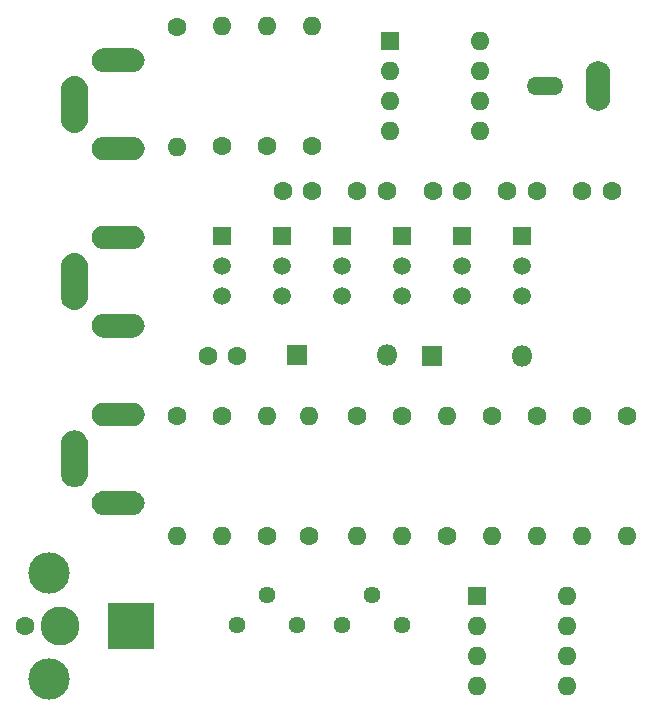
<source format=gbs>
%TF.GenerationSoftware,KiCad,Pcbnew,(5.99.0-9650-gad505e29c0)*%
%TF.CreationDate,2021-03-21T12:39:57-04:00*%
%TF.ProjectId,NTSCope,4e545343-6f70-4652-9e6b-696361645f70,rev?*%
%TF.SameCoordinates,Original*%
%TF.FileFunction,Soldermask,Bot*%
%TF.FilePolarity,Negative*%
%FSLAX46Y46*%
G04 Gerber Fmt 4.6, Leading zero omitted, Abs format (unit mm)*
G04 Created by KiCad (PCBNEW (5.99.0-9650-gad505e29c0)) date 2021-03-21 12:39:57*
%MOMM*%
%LPD*%
G01*
G04 APERTURE LIST*
%ADD10C,0.002000*%
%ADD11C,1.600000*%
%ADD12R,4.000000X4.000000*%
%ADD13C,3.300000*%
%ADD14C,3.500000*%
%ADD15O,1.600000X1.600000*%
%ADD16C,1.440000*%
%ADD17R,1.800000X1.800000*%
%ADD18O,1.800000X1.800000*%
%ADD19R,1.500000X1.500000*%
%ADD20C,1.500000*%
%ADD21R,1.600000X1.600000*%
%ADD22O,2.100000X4.200000*%
%ADD23O,3.100000X1.550000*%
G04 APERTURE END LIST*
D10*
%TO.C,J3*%
X122228000Y-26890000D02*
X122242000Y-27062000D01*
X122242000Y-27062000D02*
X122282000Y-27230000D01*
X122282000Y-27230000D02*
X122348000Y-27390000D01*
X122348000Y-27390000D02*
X122439000Y-27538000D01*
X122439000Y-27538000D02*
X122551000Y-27669000D01*
X122551000Y-27669000D02*
X122682000Y-27781000D01*
X122682000Y-27781000D02*
X122830000Y-27872000D01*
X122830000Y-27872000D02*
X122990000Y-27938000D01*
X122990000Y-27938000D02*
X123158000Y-27978000D01*
X123158000Y-27978000D02*
X123330000Y-27992000D01*
X123330000Y-27992000D02*
X123502000Y-27978000D01*
X123502000Y-27978000D02*
X123670000Y-27938000D01*
X123670000Y-27938000D02*
X123830000Y-27872000D01*
X123830000Y-27872000D02*
X123978000Y-27781000D01*
X123978000Y-27781000D02*
X124109000Y-27669000D01*
X124109000Y-27669000D02*
X124221000Y-27538000D01*
X124221000Y-27538000D02*
X124312000Y-27390000D01*
X124312000Y-27390000D02*
X124378000Y-27230000D01*
X124378000Y-27230000D02*
X124418000Y-27062000D01*
X124418000Y-27062000D02*
X124432000Y-26890000D01*
X124432000Y-26890000D02*
X124432000Y-24390000D01*
X124432000Y-24390000D02*
X124418000Y-24218000D01*
X124418000Y-24218000D02*
X124378000Y-24050000D01*
X124378000Y-24050000D02*
X124312000Y-23890000D01*
X124312000Y-23890000D02*
X124221000Y-23742000D01*
X124221000Y-23742000D02*
X124109000Y-23611000D01*
X124109000Y-23611000D02*
X123978000Y-23499000D01*
X123978000Y-23499000D02*
X123830000Y-23408000D01*
X123830000Y-23408000D02*
X123670000Y-23342000D01*
X123670000Y-23342000D02*
X123502000Y-23302000D01*
X123502000Y-23302000D02*
X123330000Y-23288000D01*
X123330000Y-23288000D02*
X123158000Y-23302000D01*
X123158000Y-23302000D02*
X122990000Y-23342000D01*
X122990000Y-23342000D02*
X122830000Y-23408000D01*
X122830000Y-23408000D02*
X122682000Y-23499000D01*
X122682000Y-23499000D02*
X122551000Y-23611000D01*
X122551000Y-23611000D02*
X122439000Y-23742000D01*
X122439000Y-23742000D02*
X122348000Y-23890000D01*
X122348000Y-23890000D02*
X122282000Y-24050000D01*
X122282000Y-24050000D02*
X122242000Y-24218000D01*
X122242000Y-24218000D02*
X122228000Y-24390000D01*
X122228000Y-24390000D02*
X122228000Y-26890000D01*
G36*
X123502000Y-23302000D02*
G01*
X123670000Y-23342000D01*
X123830000Y-23408000D01*
X123978000Y-23499000D01*
X124109000Y-23611000D01*
X124221000Y-23742000D01*
X124312000Y-23890000D01*
X124378000Y-24050000D01*
X124418000Y-24218000D01*
X124432000Y-24390000D01*
X124432000Y-26890000D01*
X124418000Y-27062000D01*
X124378000Y-27230000D01*
X124312000Y-27390000D01*
X124221000Y-27538000D01*
X124109000Y-27669000D01*
X123978000Y-27781000D01*
X123830000Y-27872000D01*
X123670000Y-27938000D01*
X123502000Y-27978000D01*
X123330000Y-27992000D01*
X123158000Y-27978000D01*
X122990000Y-27938000D01*
X122830000Y-27872000D01*
X122682000Y-27781000D01*
X122551000Y-27669000D01*
X122439000Y-27538000D01*
X122348000Y-27390000D01*
X122282000Y-27230000D01*
X122242000Y-27062000D01*
X122228000Y-26890000D01*
X122228000Y-24390000D01*
X122242000Y-24218000D01*
X122282000Y-24050000D01*
X122348000Y-23890000D01*
X122439000Y-23742000D01*
X122551000Y-23611000D01*
X122682000Y-23499000D01*
X122830000Y-23408000D01*
X122990000Y-23342000D01*
X123158000Y-23302000D01*
X123330000Y-23288000D01*
X123502000Y-23302000D01*
G37*
X123502000Y-23302000D02*
X123670000Y-23342000D01*
X123830000Y-23408000D01*
X123978000Y-23499000D01*
X124109000Y-23611000D01*
X124221000Y-23742000D01*
X124312000Y-23890000D01*
X124378000Y-24050000D01*
X124418000Y-24218000D01*
X124432000Y-24390000D01*
X124432000Y-26890000D01*
X124418000Y-27062000D01*
X124378000Y-27230000D01*
X124312000Y-27390000D01*
X124221000Y-27538000D01*
X124109000Y-27669000D01*
X123978000Y-27781000D01*
X123830000Y-27872000D01*
X123670000Y-27938000D01*
X123502000Y-27978000D01*
X123330000Y-27992000D01*
X123158000Y-27978000D01*
X122990000Y-27938000D01*
X122830000Y-27872000D01*
X122682000Y-27781000D01*
X122551000Y-27669000D01*
X122439000Y-27538000D01*
X122348000Y-27390000D01*
X122282000Y-27230000D01*
X122242000Y-27062000D01*
X122228000Y-26890000D01*
X122228000Y-24390000D01*
X122242000Y-24218000D01*
X122282000Y-24050000D01*
X122348000Y-23890000D01*
X122439000Y-23742000D01*
X122551000Y-23611000D01*
X122682000Y-23499000D01*
X122830000Y-23408000D01*
X122990000Y-23342000D01*
X123158000Y-23302000D01*
X123330000Y-23288000D01*
X123502000Y-23302000D01*
X125780000Y-20938000D02*
X125631000Y-20950000D01*
X125631000Y-20950000D02*
X125486000Y-20985000D01*
X125486000Y-20985000D02*
X125348000Y-21042000D01*
X125348000Y-21042000D02*
X125221000Y-21120000D01*
X125221000Y-21120000D02*
X125107000Y-21217000D01*
X125107000Y-21217000D02*
X125010000Y-21331000D01*
X125010000Y-21331000D02*
X124932000Y-21458000D01*
X124932000Y-21458000D02*
X124875000Y-21596000D01*
X124875000Y-21596000D02*
X124840000Y-21741000D01*
X124840000Y-21741000D02*
X124828000Y-21890000D01*
X124828000Y-21890000D02*
X124840000Y-22039000D01*
X124840000Y-22039000D02*
X124875000Y-22184000D01*
X124875000Y-22184000D02*
X124932000Y-22322000D01*
X124932000Y-22322000D02*
X125010000Y-22449000D01*
X125010000Y-22449000D02*
X125107000Y-22563000D01*
X125107000Y-22563000D02*
X125221000Y-22660000D01*
X125221000Y-22660000D02*
X125348000Y-22738000D01*
X125348000Y-22738000D02*
X125486000Y-22795000D01*
X125486000Y-22795000D02*
X125631000Y-22830000D01*
X125631000Y-22830000D02*
X125780000Y-22842000D01*
X125780000Y-22842000D02*
X128280000Y-22842000D01*
X128280000Y-22842000D02*
X128429000Y-22830000D01*
X128429000Y-22830000D02*
X128574000Y-22795000D01*
X128574000Y-22795000D02*
X128712000Y-22738000D01*
X128712000Y-22738000D02*
X128839000Y-22660000D01*
X128839000Y-22660000D02*
X128953000Y-22563000D01*
X128953000Y-22563000D02*
X129050000Y-22449000D01*
X129050000Y-22449000D02*
X129128000Y-22322000D01*
X129128000Y-22322000D02*
X129185000Y-22184000D01*
X129185000Y-22184000D02*
X129220000Y-22039000D01*
X129220000Y-22039000D02*
X129232000Y-21890000D01*
X129232000Y-21890000D02*
X129220000Y-21741000D01*
X129220000Y-21741000D02*
X129185000Y-21596000D01*
X129185000Y-21596000D02*
X129128000Y-21458000D01*
X129128000Y-21458000D02*
X129050000Y-21331000D01*
X129050000Y-21331000D02*
X128953000Y-21217000D01*
X128953000Y-21217000D02*
X128839000Y-21120000D01*
X128839000Y-21120000D02*
X128712000Y-21042000D01*
X128712000Y-21042000D02*
X128574000Y-20985000D01*
X128574000Y-20985000D02*
X128429000Y-20950000D01*
X128429000Y-20950000D02*
X128280000Y-20938000D01*
X128280000Y-20938000D02*
X125780000Y-20938000D01*
G36*
X128429000Y-20950000D02*
G01*
X128574000Y-20985000D01*
X128712000Y-21042000D01*
X128839000Y-21120000D01*
X128953000Y-21217000D01*
X129050000Y-21331000D01*
X129128000Y-21458000D01*
X129185000Y-21596000D01*
X129220000Y-21741000D01*
X129232000Y-21890000D01*
X129220000Y-22039000D01*
X129185000Y-22184000D01*
X129128000Y-22322000D01*
X129050000Y-22449000D01*
X128953000Y-22563000D01*
X128839000Y-22660000D01*
X128712000Y-22738000D01*
X128574000Y-22795000D01*
X128429000Y-22830000D01*
X128280000Y-22842000D01*
X125780000Y-22842000D01*
X125631000Y-22830000D01*
X125486000Y-22795000D01*
X125348000Y-22738000D01*
X125221000Y-22660000D01*
X125107000Y-22563000D01*
X125010000Y-22449000D01*
X124932000Y-22322000D01*
X124875000Y-22184000D01*
X124840000Y-22039000D01*
X124828000Y-21890000D01*
X124840000Y-21741000D01*
X124875000Y-21596000D01*
X124932000Y-21458000D01*
X125010000Y-21331000D01*
X125107000Y-21217000D01*
X125221000Y-21120000D01*
X125348000Y-21042000D01*
X125486000Y-20985000D01*
X125631000Y-20950000D01*
X125780000Y-20938000D01*
X128280000Y-20938000D01*
X128429000Y-20950000D01*
G37*
X128429000Y-20950000D02*
X128574000Y-20985000D01*
X128712000Y-21042000D01*
X128839000Y-21120000D01*
X128953000Y-21217000D01*
X129050000Y-21331000D01*
X129128000Y-21458000D01*
X129185000Y-21596000D01*
X129220000Y-21741000D01*
X129232000Y-21890000D01*
X129220000Y-22039000D01*
X129185000Y-22184000D01*
X129128000Y-22322000D01*
X129050000Y-22449000D01*
X128953000Y-22563000D01*
X128839000Y-22660000D01*
X128712000Y-22738000D01*
X128574000Y-22795000D01*
X128429000Y-22830000D01*
X128280000Y-22842000D01*
X125780000Y-22842000D01*
X125631000Y-22830000D01*
X125486000Y-22795000D01*
X125348000Y-22738000D01*
X125221000Y-22660000D01*
X125107000Y-22563000D01*
X125010000Y-22449000D01*
X124932000Y-22322000D01*
X124875000Y-22184000D01*
X124840000Y-22039000D01*
X124828000Y-21890000D01*
X124840000Y-21741000D01*
X124875000Y-21596000D01*
X124932000Y-21458000D01*
X125010000Y-21331000D01*
X125107000Y-21217000D01*
X125221000Y-21120000D01*
X125348000Y-21042000D01*
X125486000Y-20985000D01*
X125631000Y-20950000D01*
X125780000Y-20938000D01*
X128280000Y-20938000D01*
X128429000Y-20950000D01*
X125780000Y-43438000D02*
X125631000Y-43450000D01*
X125631000Y-43450000D02*
X125486000Y-43485000D01*
X125486000Y-43485000D02*
X125348000Y-43542000D01*
X125348000Y-43542000D02*
X125221000Y-43620000D01*
X125221000Y-43620000D02*
X125107000Y-43717000D01*
X125107000Y-43717000D02*
X125010000Y-43831000D01*
X125010000Y-43831000D02*
X124932000Y-43958000D01*
X124932000Y-43958000D02*
X124875000Y-44096000D01*
X124875000Y-44096000D02*
X124840000Y-44241000D01*
X124840000Y-44241000D02*
X124828000Y-44390000D01*
X124828000Y-44390000D02*
X124840000Y-44539000D01*
X124840000Y-44539000D02*
X124875000Y-44684000D01*
X124875000Y-44684000D02*
X124932000Y-44822000D01*
X124932000Y-44822000D02*
X125010000Y-44949000D01*
X125010000Y-44949000D02*
X125107000Y-45063000D01*
X125107000Y-45063000D02*
X125221000Y-45160000D01*
X125221000Y-45160000D02*
X125348000Y-45238000D01*
X125348000Y-45238000D02*
X125486000Y-45295000D01*
X125486000Y-45295000D02*
X125631000Y-45330000D01*
X125631000Y-45330000D02*
X125780000Y-45342000D01*
X125780000Y-45342000D02*
X128280000Y-45342000D01*
X128280000Y-45342000D02*
X128429000Y-45330000D01*
X128429000Y-45330000D02*
X128574000Y-45295000D01*
X128574000Y-45295000D02*
X128712000Y-45238000D01*
X128712000Y-45238000D02*
X128839000Y-45160000D01*
X128839000Y-45160000D02*
X128953000Y-45063000D01*
X128953000Y-45063000D02*
X129050000Y-44949000D01*
X129050000Y-44949000D02*
X129128000Y-44822000D01*
X129128000Y-44822000D02*
X129185000Y-44684000D01*
X129185000Y-44684000D02*
X129220000Y-44539000D01*
X129220000Y-44539000D02*
X129232000Y-44390000D01*
X129232000Y-44390000D02*
X129220000Y-44241000D01*
X129220000Y-44241000D02*
X129185000Y-44096000D01*
X129185000Y-44096000D02*
X129128000Y-43958000D01*
X129128000Y-43958000D02*
X129050000Y-43831000D01*
X129050000Y-43831000D02*
X128953000Y-43717000D01*
X128953000Y-43717000D02*
X128839000Y-43620000D01*
X128839000Y-43620000D02*
X128712000Y-43542000D01*
X128712000Y-43542000D02*
X128574000Y-43485000D01*
X128574000Y-43485000D02*
X128429000Y-43450000D01*
X128429000Y-43450000D02*
X128280000Y-43438000D01*
X128280000Y-43438000D02*
X125780000Y-43438000D01*
G36*
X128429000Y-43450000D02*
G01*
X128574000Y-43485000D01*
X128712000Y-43542000D01*
X128839000Y-43620000D01*
X128953000Y-43717000D01*
X129050000Y-43831000D01*
X129128000Y-43958000D01*
X129185000Y-44096000D01*
X129220000Y-44241000D01*
X129232000Y-44390000D01*
X129220000Y-44539000D01*
X129185000Y-44684000D01*
X129128000Y-44822000D01*
X129050000Y-44949000D01*
X128953000Y-45063000D01*
X128839000Y-45160000D01*
X128712000Y-45238000D01*
X128574000Y-45295000D01*
X128429000Y-45330000D01*
X128280000Y-45342000D01*
X125780000Y-45342000D01*
X125631000Y-45330000D01*
X125486000Y-45295000D01*
X125348000Y-45238000D01*
X125221000Y-45160000D01*
X125107000Y-45063000D01*
X125010000Y-44949000D01*
X124932000Y-44822000D01*
X124875000Y-44684000D01*
X124840000Y-44539000D01*
X124828000Y-44390000D01*
X124840000Y-44241000D01*
X124875000Y-44096000D01*
X124932000Y-43958000D01*
X125010000Y-43831000D01*
X125107000Y-43717000D01*
X125221000Y-43620000D01*
X125348000Y-43542000D01*
X125486000Y-43485000D01*
X125631000Y-43450000D01*
X125780000Y-43438000D01*
X128280000Y-43438000D01*
X128429000Y-43450000D01*
G37*
X128429000Y-43450000D02*
X128574000Y-43485000D01*
X128712000Y-43542000D01*
X128839000Y-43620000D01*
X128953000Y-43717000D01*
X129050000Y-43831000D01*
X129128000Y-43958000D01*
X129185000Y-44096000D01*
X129220000Y-44241000D01*
X129232000Y-44390000D01*
X129220000Y-44539000D01*
X129185000Y-44684000D01*
X129128000Y-44822000D01*
X129050000Y-44949000D01*
X128953000Y-45063000D01*
X128839000Y-45160000D01*
X128712000Y-45238000D01*
X128574000Y-45295000D01*
X128429000Y-45330000D01*
X128280000Y-45342000D01*
X125780000Y-45342000D01*
X125631000Y-45330000D01*
X125486000Y-45295000D01*
X125348000Y-45238000D01*
X125221000Y-45160000D01*
X125107000Y-45063000D01*
X125010000Y-44949000D01*
X124932000Y-44822000D01*
X124875000Y-44684000D01*
X124840000Y-44539000D01*
X124828000Y-44390000D01*
X124840000Y-44241000D01*
X124875000Y-44096000D01*
X124932000Y-43958000D01*
X125010000Y-43831000D01*
X125107000Y-43717000D01*
X125221000Y-43620000D01*
X125348000Y-43542000D01*
X125486000Y-43485000D01*
X125631000Y-43450000D01*
X125780000Y-43438000D01*
X128280000Y-43438000D01*
X128429000Y-43450000D01*
X122228000Y-41890000D02*
X122242000Y-42062000D01*
X122242000Y-42062000D02*
X122282000Y-42230000D01*
X122282000Y-42230000D02*
X122348000Y-42390000D01*
X122348000Y-42390000D02*
X122439000Y-42538000D01*
X122439000Y-42538000D02*
X122551000Y-42669000D01*
X122551000Y-42669000D02*
X122682000Y-42781000D01*
X122682000Y-42781000D02*
X122830000Y-42872000D01*
X122830000Y-42872000D02*
X122990000Y-42938000D01*
X122990000Y-42938000D02*
X123158000Y-42978000D01*
X123158000Y-42978000D02*
X123330000Y-42992000D01*
X123330000Y-42992000D02*
X123502000Y-42978000D01*
X123502000Y-42978000D02*
X123670000Y-42938000D01*
X123670000Y-42938000D02*
X123830000Y-42872000D01*
X123830000Y-42872000D02*
X123978000Y-42781000D01*
X123978000Y-42781000D02*
X124109000Y-42669000D01*
X124109000Y-42669000D02*
X124221000Y-42538000D01*
X124221000Y-42538000D02*
X124312000Y-42390000D01*
X124312000Y-42390000D02*
X124378000Y-42230000D01*
X124378000Y-42230000D02*
X124418000Y-42062000D01*
X124418000Y-42062000D02*
X124432000Y-41890000D01*
X124432000Y-41890000D02*
X124432000Y-39390000D01*
X124432000Y-39390000D02*
X124418000Y-39218000D01*
X124418000Y-39218000D02*
X124378000Y-39050000D01*
X124378000Y-39050000D02*
X124312000Y-38890000D01*
X124312000Y-38890000D02*
X124221000Y-38742000D01*
X124221000Y-38742000D02*
X124109000Y-38611000D01*
X124109000Y-38611000D02*
X123978000Y-38499000D01*
X123978000Y-38499000D02*
X123830000Y-38408000D01*
X123830000Y-38408000D02*
X123670000Y-38342000D01*
X123670000Y-38342000D02*
X123502000Y-38302000D01*
X123502000Y-38302000D02*
X123330000Y-38288000D01*
X123330000Y-38288000D02*
X123158000Y-38302000D01*
X123158000Y-38302000D02*
X122990000Y-38342000D01*
X122990000Y-38342000D02*
X122830000Y-38408000D01*
X122830000Y-38408000D02*
X122682000Y-38499000D01*
X122682000Y-38499000D02*
X122551000Y-38611000D01*
X122551000Y-38611000D02*
X122439000Y-38742000D01*
X122439000Y-38742000D02*
X122348000Y-38890000D01*
X122348000Y-38890000D02*
X122282000Y-39050000D01*
X122282000Y-39050000D02*
X122242000Y-39218000D01*
X122242000Y-39218000D02*
X122228000Y-39390000D01*
X122228000Y-39390000D02*
X122228000Y-41890000D01*
G36*
X123502000Y-38302000D02*
G01*
X123670000Y-38342000D01*
X123830000Y-38408000D01*
X123978000Y-38499000D01*
X124109000Y-38611000D01*
X124221000Y-38742000D01*
X124312000Y-38890000D01*
X124378000Y-39050000D01*
X124418000Y-39218000D01*
X124432000Y-39390000D01*
X124432000Y-41890000D01*
X124418000Y-42062000D01*
X124378000Y-42230000D01*
X124312000Y-42390000D01*
X124221000Y-42538000D01*
X124109000Y-42669000D01*
X123978000Y-42781000D01*
X123830000Y-42872000D01*
X123670000Y-42938000D01*
X123502000Y-42978000D01*
X123330000Y-42992000D01*
X123158000Y-42978000D01*
X122990000Y-42938000D01*
X122830000Y-42872000D01*
X122682000Y-42781000D01*
X122551000Y-42669000D01*
X122439000Y-42538000D01*
X122348000Y-42390000D01*
X122282000Y-42230000D01*
X122242000Y-42062000D01*
X122228000Y-41890000D01*
X122228000Y-39390000D01*
X122242000Y-39218000D01*
X122282000Y-39050000D01*
X122348000Y-38890000D01*
X122439000Y-38742000D01*
X122551000Y-38611000D01*
X122682000Y-38499000D01*
X122830000Y-38408000D01*
X122990000Y-38342000D01*
X123158000Y-38302000D01*
X123330000Y-38288000D01*
X123502000Y-38302000D01*
G37*
X123502000Y-38302000D02*
X123670000Y-38342000D01*
X123830000Y-38408000D01*
X123978000Y-38499000D01*
X124109000Y-38611000D01*
X124221000Y-38742000D01*
X124312000Y-38890000D01*
X124378000Y-39050000D01*
X124418000Y-39218000D01*
X124432000Y-39390000D01*
X124432000Y-41890000D01*
X124418000Y-42062000D01*
X124378000Y-42230000D01*
X124312000Y-42390000D01*
X124221000Y-42538000D01*
X124109000Y-42669000D01*
X123978000Y-42781000D01*
X123830000Y-42872000D01*
X123670000Y-42938000D01*
X123502000Y-42978000D01*
X123330000Y-42992000D01*
X123158000Y-42978000D01*
X122990000Y-42938000D01*
X122830000Y-42872000D01*
X122682000Y-42781000D01*
X122551000Y-42669000D01*
X122439000Y-42538000D01*
X122348000Y-42390000D01*
X122282000Y-42230000D01*
X122242000Y-42062000D01*
X122228000Y-41890000D01*
X122228000Y-39390000D01*
X122242000Y-39218000D01*
X122282000Y-39050000D01*
X122348000Y-38890000D01*
X122439000Y-38742000D01*
X122551000Y-38611000D01*
X122682000Y-38499000D01*
X122830000Y-38408000D01*
X122990000Y-38342000D01*
X123158000Y-38302000D01*
X123330000Y-38288000D01*
X123502000Y-38302000D01*
X122228000Y-56890000D02*
X122242000Y-57062000D01*
X122242000Y-57062000D02*
X122282000Y-57230000D01*
X122282000Y-57230000D02*
X122348000Y-57390000D01*
X122348000Y-57390000D02*
X122439000Y-57538000D01*
X122439000Y-57538000D02*
X122551000Y-57669000D01*
X122551000Y-57669000D02*
X122682000Y-57781000D01*
X122682000Y-57781000D02*
X122830000Y-57872000D01*
X122830000Y-57872000D02*
X122990000Y-57938000D01*
X122990000Y-57938000D02*
X123158000Y-57978000D01*
X123158000Y-57978000D02*
X123330000Y-57992000D01*
X123330000Y-57992000D02*
X123502000Y-57978000D01*
X123502000Y-57978000D02*
X123670000Y-57938000D01*
X123670000Y-57938000D02*
X123830000Y-57872000D01*
X123830000Y-57872000D02*
X123978000Y-57781000D01*
X123978000Y-57781000D02*
X124109000Y-57669000D01*
X124109000Y-57669000D02*
X124221000Y-57538000D01*
X124221000Y-57538000D02*
X124312000Y-57390000D01*
X124312000Y-57390000D02*
X124378000Y-57230000D01*
X124378000Y-57230000D02*
X124418000Y-57062000D01*
X124418000Y-57062000D02*
X124432000Y-56890000D01*
X124432000Y-56890000D02*
X124432000Y-54390000D01*
X124432000Y-54390000D02*
X124418000Y-54218000D01*
X124418000Y-54218000D02*
X124378000Y-54050000D01*
X124378000Y-54050000D02*
X124312000Y-53890000D01*
X124312000Y-53890000D02*
X124221000Y-53742000D01*
X124221000Y-53742000D02*
X124109000Y-53611000D01*
X124109000Y-53611000D02*
X123978000Y-53499000D01*
X123978000Y-53499000D02*
X123830000Y-53408000D01*
X123830000Y-53408000D02*
X123670000Y-53342000D01*
X123670000Y-53342000D02*
X123502000Y-53302000D01*
X123502000Y-53302000D02*
X123330000Y-53288000D01*
X123330000Y-53288000D02*
X123158000Y-53302000D01*
X123158000Y-53302000D02*
X122990000Y-53342000D01*
X122990000Y-53342000D02*
X122830000Y-53408000D01*
X122830000Y-53408000D02*
X122682000Y-53499000D01*
X122682000Y-53499000D02*
X122551000Y-53611000D01*
X122551000Y-53611000D02*
X122439000Y-53742000D01*
X122439000Y-53742000D02*
X122348000Y-53890000D01*
X122348000Y-53890000D02*
X122282000Y-54050000D01*
X122282000Y-54050000D02*
X122242000Y-54218000D01*
X122242000Y-54218000D02*
X122228000Y-54390000D01*
X122228000Y-54390000D02*
X122228000Y-56890000D01*
G36*
X123502000Y-53302000D02*
G01*
X123670000Y-53342000D01*
X123830000Y-53408000D01*
X123978000Y-53499000D01*
X124109000Y-53611000D01*
X124221000Y-53742000D01*
X124312000Y-53890000D01*
X124378000Y-54050000D01*
X124418000Y-54218000D01*
X124432000Y-54390000D01*
X124432000Y-56890000D01*
X124418000Y-57062000D01*
X124378000Y-57230000D01*
X124312000Y-57390000D01*
X124221000Y-57538000D01*
X124109000Y-57669000D01*
X123978000Y-57781000D01*
X123830000Y-57872000D01*
X123670000Y-57938000D01*
X123502000Y-57978000D01*
X123330000Y-57992000D01*
X123158000Y-57978000D01*
X122990000Y-57938000D01*
X122830000Y-57872000D01*
X122682000Y-57781000D01*
X122551000Y-57669000D01*
X122439000Y-57538000D01*
X122348000Y-57390000D01*
X122282000Y-57230000D01*
X122242000Y-57062000D01*
X122228000Y-56890000D01*
X122228000Y-54390000D01*
X122242000Y-54218000D01*
X122282000Y-54050000D01*
X122348000Y-53890000D01*
X122439000Y-53742000D01*
X122551000Y-53611000D01*
X122682000Y-53499000D01*
X122830000Y-53408000D01*
X122990000Y-53342000D01*
X123158000Y-53302000D01*
X123330000Y-53288000D01*
X123502000Y-53302000D01*
G37*
X123502000Y-53302000D02*
X123670000Y-53342000D01*
X123830000Y-53408000D01*
X123978000Y-53499000D01*
X124109000Y-53611000D01*
X124221000Y-53742000D01*
X124312000Y-53890000D01*
X124378000Y-54050000D01*
X124418000Y-54218000D01*
X124432000Y-54390000D01*
X124432000Y-56890000D01*
X124418000Y-57062000D01*
X124378000Y-57230000D01*
X124312000Y-57390000D01*
X124221000Y-57538000D01*
X124109000Y-57669000D01*
X123978000Y-57781000D01*
X123830000Y-57872000D01*
X123670000Y-57938000D01*
X123502000Y-57978000D01*
X123330000Y-57992000D01*
X123158000Y-57978000D01*
X122990000Y-57938000D01*
X122830000Y-57872000D01*
X122682000Y-57781000D01*
X122551000Y-57669000D01*
X122439000Y-57538000D01*
X122348000Y-57390000D01*
X122282000Y-57230000D01*
X122242000Y-57062000D01*
X122228000Y-56890000D01*
X122228000Y-54390000D01*
X122242000Y-54218000D01*
X122282000Y-54050000D01*
X122348000Y-53890000D01*
X122439000Y-53742000D01*
X122551000Y-53611000D01*
X122682000Y-53499000D01*
X122830000Y-53408000D01*
X122990000Y-53342000D01*
X123158000Y-53302000D01*
X123330000Y-53288000D01*
X123502000Y-53302000D01*
X125780000Y-58438000D02*
X125631000Y-58450000D01*
X125631000Y-58450000D02*
X125486000Y-58485000D01*
X125486000Y-58485000D02*
X125348000Y-58542000D01*
X125348000Y-58542000D02*
X125221000Y-58620000D01*
X125221000Y-58620000D02*
X125107000Y-58717000D01*
X125107000Y-58717000D02*
X125010000Y-58831000D01*
X125010000Y-58831000D02*
X124932000Y-58958000D01*
X124932000Y-58958000D02*
X124875000Y-59096000D01*
X124875000Y-59096000D02*
X124840000Y-59241000D01*
X124840000Y-59241000D02*
X124828000Y-59390000D01*
X124828000Y-59390000D02*
X124840000Y-59539000D01*
X124840000Y-59539000D02*
X124875000Y-59684000D01*
X124875000Y-59684000D02*
X124932000Y-59822000D01*
X124932000Y-59822000D02*
X125010000Y-59949000D01*
X125010000Y-59949000D02*
X125107000Y-60063000D01*
X125107000Y-60063000D02*
X125221000Y-60160000D01*
X125221000Y-60160000D02*
X125348000Y-60238000D01*
X125348000Y-60238000D02*
X125486000Y-60295000D01*
X125486000Y-60295000D02*
X125631000Y-60330000D01*
X125631000Y-60330000D02*
X125780000Y-60342000D01*
X125780000Y-60342000D02*
X128280000Y-60342000D01*
X128280000Y-60342000D02*
X128429000Y-60330000D01*
X128429000Y-60330000D02*
X128574000Y-60295000D01*
X128574000Y-60295000D02*
X128712000Y-60238000D01*
X128712000Y-60238000D02*
X128839000Y-60160000D01*
X128839000Y-60160000D02*
X128953000Y-60063000D01*
X128953000Y-60063000D02*
X129050000Y-59949000D01*
X129050000Y-59949000D02*
X129128000Y-59822000D01*
X129128000Y-59822000D02*
X129185000Y-59684000D01*
X129185000Y-59684000D02*
X129220000Y-59539000D01*
X129220000Y-59539000D02*
X129232000Y-59390000D01*
X129232000Y-59390000D02*
X129220000Y-59241000D01*
X129220000Y-59241000D02*
X129185000Y-59096000D01*
X129185000Y-59096000D02*
X129128000Y-58958000D01*
X129128000Y-58958000D02*
X129050000Y-58831000D01*
X129050000Y-58831000D02*
X128953000Y-58717000D01*
X128953000Y-58717000D02*
X128839000Y-58620000D01*
X128839000Y-58620000D02*
X128712000Y-58542000D01*
X128712000Y-58542000D02*
X128574000Y-58485000D01*
X128574000Y-58485000D02*
X128429000Y-58450000D01*
X128429000Y-58450000D02*
X128280000Y-58438000D01*
X128280000Y-58438000D02*
X125780000Y-58438000D01*
G36*
X128429000Y-58450000D02*
G01*
X128574000Y-58485000D01*
X128712000Y-58542000D01*
X128839000Y-58620000D01*
X128953000Y-58717000D01*
X129050000Y-58831000D01*
X129128000Y-58958000D01*
X129185000Y-59096000D01*
X129220000Y-59241000D01*
X129232000Y-59390000D01*
X129220000Y-59539000D01*
X129185000Y-59684000D01*
X129128000Y-59822000D01*
X129050000Y-59949000D01*
X128953000Y-60063000D01*
X128839000Y-60160000D01*
X128712000Y-60238000D01*
X128574000Y-60295000D01*
X128429000Y-60330000D01*
X128280000Y-60342000D01*
X125780000Y-60342000D01*
X125631000Y-60330000D01*
X125486000Y-60295000D01*
X125348000Y-60238000D01*
X125221000Y-60160000D01*
X125107000Y-60063000D01*
X125010000Y-59949000D01*
X124932000Y-59822000D01*
X124875000Y-59684000D01*
X124840000Y-59539000D01*
X124828000Y-59390000D01*
X124840000Y-59241000D01*
X124875000Y-59096000D01*
X124932000Y-58958000D01*
X125010000Y-58831000D01*
X125107000Y-58717000D01*
X125221000Y-58620000D01*
X125348000Y-58542000D01*
X125486000Y-58485000D01*
X125631000Y-58450000D01*
X125780000Y-58438000D01*
X128280000Y-58438000D01*
X128429000Y-58450000D01*
G37*
X128429000Y-58450000D02*
X128574000Y-58485000D01*
X128712000Y-58542000D01*
X128839000Y-58620000D01*
X128953000Y-58717000D01*
X129050000Y-58831000D01*
X129128000Y-58958000D01*
X129185000Y-59096000D01*
X129220000Y-59241000D01*
X129232000Y-59390000D01*
X129220000Y-59539000D01*
X129185000Y-59684000D01*
X129128000Y-59822000D01*
X129050000Y-59949000D01*
X128953000Y-60063000D01*
X128839000Y-60160000D01*
X128712000Y-60238000D01*
X128574000Y-60295000D01*
X128429000Y-60330000D01*
X128280000Y-60342000D01*
X125780000Y-60342000D01*
X125631000Y-60330000D01*
X125486000Y-60295000D01*
X125348000Y-60238000D01*
X125221000Y-60160000D01*
X125107000Y-60063000D01*
X125010000Y-59949000D01*
X124932000Y-59822000D01*
X124875000Y-59684000D01*
X124840000Y-59539000D01*
X124828000Y-59390000D01*
X124840000Y-59241000D01*
X124875000Y-59096000D01*
X124932000Y-58958000D01*
X125010000Y-58831000D01*
X125107000Y-58717000D01*
X125221000Y-58620000D01*
X125348000Y-58542000D01*
X125486000Y-58485000D01*
X125631000Y-58450000D01*
X125780000Y-58438000D01*
X128280000Y-58438000D01*
X128429000Y-58450000D01*
X125780000Y-35938000D02*
X125631000Y-35950000D01*
X125631000Y-35950000D02*
X125486000Y-35985000D01*
X125486000Y-35985000D02*
X125348000Y-36042000D01*
X125348000Y-36042000D02*
X125221000Y-36120000D01*
X125221000Y-36120000D02*
X125107000Y-36217000D01*
X125107000Y-36217000D02*
X125010000Y-36331000D01*
X125010000Y-36331000D02*
X124932000Y-36458000D01*
X124932000Y-36458000D02*
X124875000Y-36596000D01*
X124875000Y-36596000D02*
X124840000Y-36741000D01*
X124840000Y-36741000D02*
X124828000Y-36890000D01*
X124828000Y-36890000D02*
X124840000Y-37039000D01*
X124840000Y-37039000D02*
X124875000Y-37184000D01*
X124875000Y-37184000D02*
X124932000Y-37322000D01*
X124932000Y-37322000D02*
X125010000Y-37449000D01*
X125010000Y-37449000D02*
X125107000Y-37563000D01*
X125107000Y-37563000D02*
X125221000Y-37660000D01*
X125221000Y-37660000D02*
X125348000Y-37738000D01*
X125348000Y-37738000D02*
X125486000Y-37795000D01*
X125486000Y-37795000D02*
X125631000Y-37830000D01*
X125631000Y-37830000D02*
X125780000Y-37842000D01*
X125780000Y-37842000D02*
X128280000Y-37842000D01*
X128280000Y-37842000D02*
X128429000Y-37830000D01*
X128429000Y-37830000D02*
X128574000Y-37795000D01*
X128574000Y-37795000D02*
X128712000Y-37738000D01*
X128712000Y-37738000D02*
X128839000Y-37660000D01*
X128839000Y-37660000D02*
X128953000Y-37563000D01*
X128953000Y-37563000D02*
X129050000Y-37449000D01*
X129050000Y-37449000D02*
X129128000Y-37322000D01*
X129128000Y-37322000D02*
X129185000Y-37184000D01*
X129185000Y-37184000D02*
X129220000Y-37039000D01*
X129220000Y-37039000D02*
X129232000Y-36890000D01*
X129232000Y-36890000D02*
X129220000Y-36741000D01*
X129220000Y-36741000D02*
X129185000Y-36596000D01*
X129185000Y-36596000D02*
X129128000Y-36458000D01*
X129128000Y-36458000D02*
X129050000Y-36331000D01*
X129050000Y-36331000D02*
X128953000Y-36217000D01*
X128953000Y-36217000D02*
X128839000Y-36120000D01*
X128839000Y-36120000D02*
X128712000Y-36042000D01*
X128712000Y-36042000D02*
X128574000Y-35985000D01*
X128574000Y-35985000D02*
X128429000Y-35950000D01*
X128429000Y-35950000D02*
X128280000Y-35938000D01*
X128280000Y-35938000D02*
X125780000Y-35938000D01*
G36*
X128429000Y-35950000D02*
G01*
X128574000Y-35985000D01*
X128712000Y-36042000D01*
X128839000Y-36120000D01*
X128953000Y-36217000D01*
X129050000Y-36331000D01*
X129128000Y-36458000D01*
X129185000Y-36596000D01*
X129220000Y-36741000D01*
X129232000Y-36890000D01*
X129220000Y-37039000D01*
X129185000Y-37184000D01*
X129128000Y-37322000D01*
X129050000Y-37449000D01*
X128953000Y-37563000D01*
X128839000Y-37660000D01*
X128712000Y-37738000D01*
X128574000Y-37795000D01*
X128429000Y-37830000D01*
X128280000Y-37842000D01*
X125780000Y-37842000D01*
X125631000Y-37830000D01*
X125486000Y-37795000D01*
X125348000Y-37738000D01*
X125221000Y-37660000D01*
X125107000Y-37563000D01*
X125010000Y-37449000D01*
X124932000Y-37322000D01*
X124875000Y-37184000D01*
X124840000Y-37039000D01*
X124828000Y-36890000D01*
X124840000Y-36741000D01*
X124875000Y-36596000D01*
X124932000Y-36458000D01*
X125010000Y-36331000D01*
X125107000Y-36217000D01*
X125221000Y-36120000D01*
X125348000Y-36042000D01*
X125486000Y-35985000D01*
X125631000Y-35950000D01*
X125780000Y-35938000D01*
X128280000Y-35938000D01*
X128429000Y-35950000D01*
G37*
X128429000Y-35950000D02*
X128574000Y-35985000D01*
X128712000Y-36042000D01*
X128839000Y-36120000D01*
X128953000Y-36217000D01*
X129050000Y-36331000D01*
X129128000Y-36458000D01*
X129185000Y-36596000D01*
X129220000Y-36741000D01*
X129232000Y-36890000D01*
X129220000Y-37039000D01*
X129185000Y-37184000D01*
X129128000Y-37322000D01*
X129050000Y-37449000D01*
X128953000Y-37563000D01*
X128839000Y-37660000D01*
X128712000Y-37738000D01*
X128574000Y-37795000D01*
X128429000Y-37830000D01*
X128280000Y-37842000D01*
X125780000Y-37842000D01*
X125631000Y-37830000D01*
X125486000Y-37795000D01*
X125348000Y-37738000D01*
X125221000Y-37660000D01*
X125107000Y-37563000D01*
X125010000Y-37449000D01*
X124932000Y-37322000D01*
X124875000Y-37184000D01*
X124840000Y-37039000D01*
X124828000Y-36890000D01*
X124840000Y-36741000D01*
X124875000Y-36596000D01*
X124932000Y-36458000D01*
X125010000Y-36331000D01*
X125107000Y-36217000D01*
X125221000Y-36120000D01*
X125348000Y-36042000D01*
X125486000Y-35985000D01*
X125631000Y-35950000D01*
X125780000Y-35938000D01*
X128280000Y-35938000D01*
X128429000Y-35950000D01*
X125780000Y-50938000D02*
X125631000Y-50950000D01*
X125631000Y-50950000D02*
X125486000Y-50985000D01*
X125486000Y-50985000D02*
X125348000Y-51042000D01*
X125348000Y-51042000D02*
X125221000Y-51120000D01*
X125221000Y-51120000D02*
X125107000Y-51217000D01*
X125107000Y-51217000D02*
X125010000Y-51331000D01*
X125010000Y-51331000D02*
X124932000Y-51458000D01*
X124932000Y-51458000D02*
X124875000Y-51596000D01*
X124875000Y-51596000D02*
X124840000Y-51741000D01*
X124840000Y-51741000D02*
X124828000Y-51890000D01*
X124828000Y-51890000D02*
X124840000Y-52039000D01*
X124840000Y-52039000D02*
X124875000Y-52184000D01*
X124875000Y-52184000D02*
X124932000Y-52322000D01*
X124932000Y-52322000D02*
X125010000Y-52449000D01*
X125010000Y-52449000D02*
X125107000Y-52563000D01*
X125107000Y-52563000D02*
X125221000Y-52660000D01*
X125221000Y-52660000D02*
X125348000Y-52738000D01*
X125348000Y-52738000D02*
X125486000Y-52795000D01*
X125486000Y-52795000D02*
X125631000Y-52830000D01*
X125631000Y-52830000D02*
X125780000Y-52842000D01*
X125780000Y-52842000D02*
X128280000Y-52842000D01*
X128280000Y-52842000D02*
X128429000Y-52830000D01*
X128429000Y-52830000D02*
X128574000Y-52795000D01*
X128574000Y-52795000D02*
X128712000Y-52738000D01*
X128712000Y-52738000D02*
X128839000Y-52660000D01*
X128839000Y-52660000D02*
X128953000Y-52563000D01*
X128953000Y-52563000D02*
X129050000Y-52449000D01*
X129050000Y-52449000D02*
X129128000Y-52322000D01*
X129128000Y-52322000D02*
X129185000Y-52184000D01*
X129185000Y-52184000D02*
X129220000Y-52039000D01*
X129220000Y-52039000D02*
X129232000Y-51890000D01*
X129232000Y-51890000D02*
X129220000Y-51741000D01*
X129220000Y-51741000D02*
X129185000Y-51596000D01*
X129185000Y-51596000D02*
X129128000Y-51458000D01*
X129128000Y-51458000D02*
X129050000Y-51331000D01*
X129050000Y-51331000D02*
X128953000Y-51217000D01*
X128953000Y-51217000D02*
X128839000Y-51120000D01*
X128839000Y-51120000D02*
X128712000Y-51042000D01*
X128712000Y-51042000D02*
X128574000Y-50985000D01*
X128574000Y-50985000D02*
X128429000Y-50950000D01*
X128429000Y-50950000D02*
X128280000Y-50938000D01*
X128280000Y-50938000D02*
X125780000Y-50938000D01*
G36*
X128429000Y-50950000D02*
G01*
X128574000Y-50985000D01*
X128712000Y-51042000D01*
X128839000Y-51120000D01*
X128953000Y-51217000D01*
X129050000Y-51331000D01*
X129128000Y-51458000D01*
X129185000Y-51596000D01*
X129220000Y-51741000D01*
X129232000Y-51890000D01*
X129220000Y-52039000D01*
X129185000Y-52184000D01*
X129128000Y-52322000D01*
X129050000Y-52449000D01*
X128953000Y-52563000D01*
X128839000Y-52660000D01*
X128712000Y-52738000D01*
X128574000Y-52795000D01*
X128429000Y-52830000D01*
X128280000Y-52842000D01*
X125780000Y-52842000D01*
X125631000Y-52830000D01*
X125486000Y-52795000D01*
X125348000Y-52738000D01*
X125221000Y-52660000D01*
X125107000Y-52563000D01*
X125010000Y-52449000D01*
X124932000Y-52322000D01*
X124875000Y-52184000D01*
X124840000Y-52039000D01*
X124828000Y-51890000D01*
X124840000Y-51741000D01*
X124875000Y-51596000D01*
X124932000Y-51458000D01*
X125010000Y-51331000D01*
X125107000Y-51217000D01*
X125221000Y-51120000D01*
X125348000Y-51042000D01*
X125486000Y-50985000D01*
X125631000Y-50950000D01*
X125780000Y-50938000D01*
X128280000Y-50938000D01*
X128429000Y-50950000D01*
G37*
X128429000Y-50950000D02*
X128574000Y-50985000D01*
X128712000Y-51042000D01*
X128839000Y-51120000D01*
X128953000Y-51217000D01*
X129050000Y-51331000D01*
X129128000Y-51458000D01*
X129185000Y-51596000D01*
X129220000Y-51741000D01*
X129232000Y-51890000D01*
X129220000Y-52039000D01*
X129185000Y-52184000D01*
X129128000Y-52322000D01*
X129050000Y-52449000D01*
X128953000Y-52563000D01*
X128839000Y-52660000D01*
X128712000Y-52738000D01*
X128574000Y-52795000D01*
X128429000Y-52830000D01*
X128280000Y-52842000D01*
X125780000Y-52842000D01*
X125631000Y-52830000D01*
X125486000Y-52795000D01*
X125348000Y-52738000D01*
X125221000Y-52660000D01*
X125107000Y-52563000D01*
X125010000Y-52449000D01*
X124932000Y-52322000D01*
X124875000Y-52184000D01*
X124840000Y-52039000D01*
X124828000Y-51890000D01*
X124840000Y-51741000D01*
X124875000Y-51596000D01*
X124932000Y-51458000D01*
X125010000Y-51331000D01*
X125107000Y-51217000D01*
X125221000Y-51120000D01*
X125348000Y-51042000D01*
X125486000Y-50985000D01*
X125631000Y-50950000D01*
X125780000Y-50938000D01*
X128280000Y-50938000D01*
X128429000Y-50950000D01*
X125780000Y-28438000D02*
X125631000Y-28450000D01*
X125631000Y-28450000D02*
X125486000Y-28485000D01*
X125486000Y-28485000D02*
X125348000Y-28542000D01*
X125348000Y-28542000D02*
X125221000Y-28620000D01*
X125221000Y-28620000D02*
X125107000Y-28717000D01*
X125107000Y-28717000D02*
X125010000Y-28831000D01*
X125010000Y-28831000D02*
X124932000Y-28958000D01*
X124932000Y-28958000D02*
X124875000Y-29096000D01*
X124875000Y-29096000D02*
X124840000Y-29241000D01*
X124840000Y-29241000D02*
X124828000Y-29390000D01*
X124828000Y-29390000D02*
X124840000Y-29539000D01*
X124840000Y-29539000D02*
X124875000Y-29684000D01*
X124875000Y-29684000D02*
X124932000Y-29822000D01*
X124932000Y-29822000D02*
X125010000Y-29949000D01*
X125010000Y-29949000D02*
X125107000Y-30063000D01*
X125107000Y-30063000D02*
X125221000Y-30160000D01*
X125221000Y-30160000D02*
X125348000Y-30238000D01*
X125348000Y-30238000D02*
X125486000Y-30295000D01*
X125486000Y-30295000D02*
X125631000Y-30330000D01*
X125631000Y-30330000D02*
X125780000Y-30342000D01*
X125780000Y-30342000D02*
X128280000Y-30342000D01*
X128280000Y-30342000D02*
X128429000Y-30330000D01*
X128429000Y-30330000D02*
X128574000Y-30295000D01*
X128574000Y-30295000D02*
X128712000Y-30238000D01*
X128712000Y-30238000D02*
X128839000Y-30160000D01*
X128839000Y-30160000D02*
X128953000Y-30063000D01*
X128953000Y-30063000D02*
X129050000Y-29949000D01*
X129050000Y-29949000D02*
X129128000Y-29822000D01*
X129128000Y-29822000D02*
X129185000Y-29684000D01*
X129185000Y-29684000D02*
X129220000Y-29539000D01*
X129220000Y-29539000D02*
X129232000Y-29390000D01*
X129232000Y-29390000D02*
X129220000Y-29241000D01*
X129220000Y-29241000D02*
X129185000Y-29096000D01*
X129185000Y-29096000D02*
X129128000Y-28958000D01*
X129128000Y-28958000D02*
X129050000Y-28831000D01*
X129050000Y-28831000D02*
X128953000Y-28717000D01*
X128953000Y-28717000D02*
X128839000Y-28620000D01*
X128839000Y-28620000D02*
X128712000Y-28542000D01*
X128712000Y-28542000D02*
X128574000Y-28485000D01*
X128574000Y-28485000D02*
X128429000Y-28450000D01*
X128429000Y-28450000D02*
X128280000Y-28438000D01*
X128280000Y-28438000D02*
X125780000Y-28438000D01*
G36*
X128429000Y-28450000D02*
G01*
X128574000Y-28485000D01*
X128712000Y-28542000D01*
X128839000Y-28620000D01*
X128953000Y-28717000D01*
X129050000Y-28831000D01*
X129128000Y-28958000D01*
X129185000Y-29096000D01*
X129220000Y-29241000D01*
X129232000Y-29390000D01*
X129220000Y-29539000D01*
X129185000Y-29684000D01*
X129128000Y-29822000D01*
X129050000Y-29949000D01*
X128953000Y-30063000D01*
X128839000Y-30160000D01*
X128712000Y-30238000D01*
X128574000Y-30295000D01*
X128429000Y-30330000D01*
X128280000Y-30342000D01*
X125780000Y-30342000D01*
X125631000Y-30330000D01*
X125486000Y-30295000D01*
X125348000Y-30238000D01*
X125221000Y-30160000D01*
X125107000Y-30063000D01*
X125010000Y-29949000D01*
X124932000Y-29822000D01*
X124875000Y-29684000D01*
X124840000Y-29539000D01*
X124828000Y-29390000D01*
X124840000Y-29241000D01*
X124875000Y-29096000D01*
X124932000Y-28958000D01*
X125010000Y-28831000D01*
X125107000Y-28717000D01*
X125221000Y-28620000D01*
X125348000Y-28542000D01*
X125486000Y-28485000D01*
X125631000Y-28450000D01*
X125780000Y-28438000D01*
X128280000Y-28438000D01*
X128429000Y-28450000D01*
G37*
X128429000Y-28450000D02*
X128574000Y-28485000D01*
X128712000Y-28542000D01*
X128839000Y-28620000D01*
X128953000Y-28717000D01*
X129050000Y-28831000D01*
X129128000Y-28958000D01*
X129185000Y-29096000D01*
X129220000Y-29241000D01*
X129232000Y-29390000D01*
X129220000Y-29539000D01*
X129185000Y-29684000D01*
X129128000Y-29822000D01*
X129050000Y-29949000D01*
X128953000Y-30063000D01*
X128839000Y-30160000D01*
X128712000Y-30238000D01*
X128574000Y-30295000D01*
X128429000Y-30330000D01*
X128280000Y-30342000D01*
X125780000Y-30342000D01*
X125631000Y-30330000D01*
X125486000Y-30295000D01*
X125348000Y-30238000D01*
X125221000Y-30160000D01*
X125107000Y-30063000D01*
X125010000Y-29949000D01*
X124932000Y-29822000D01*
X124875000Y-29684000D01*
X124840000Y-29539000D01*
X124828000Y-29390000D01*
X124840000Y-29241000D01*
X124875000Y-29096000D01*
X124932000Y-28958000D01*
X125010000Y-28831000D01*
X125107000Y-28717000D01*
X125221000Y-28620000D01*
X125348000Y-28542000D01*
X125486000Y-28485000D01*
X125631000Y-28450000D01*
X125780000Y-28438000D01*
X128280000Y-28438000D01*
X128429000Y-28450000D01*
%TD*%
D11*
%TO.C,J1*%
X119190000Y-69850000D03*
D12*
X128190000Y-69850000D03*
D13*
X122190000Y-69850000D03*
D14*
X121190000Y-65350000D03*
X121190000Y-74350000D03*
%TD*%
D11*
%TO.C,R12*%
X147320000Y-52070000D03*
D15*
X147320000Y-62230000D03*
%TD*%
D11*
%TO.C,R2*%
X143510000Y-29210000D03*
D15*
X143510000Y-19050000D03*
%TD*%
D11*
%TO.C,C1*%
X143510000Y-33020000D03*
X141010000Y-33020000D03*
%TD*%
%TO.C,C2*%
X160020000Y-33020000D03*
X162520000Y-33020000D03*
%TD*%
%TO.C,C3*%
X147320000Y-33020000D03*
X149820000Y-33020000D03*
%TD*%
%TO.C,C4*%
X137160000Y-46990000D03*
X134660000Y-46990000D03*
%TD*%
%TO.C,C5*%
X156210000Y-33020000D03*
X153710000Y-33020000D03*
%TD*%
%TO.C,C6*%
X166370000Y-33020000D03*
X168870000Y-33020000D03*
%TD*%
D16*
%TO.C,Contrast*%
X142225000Y-69775000D03*
X139685000Y-67235000D03*
X137145000Y-69775000D03*
%TD*%
D17*
%TO.C,D1*%
X153670000Y-46990000D03*
D18*
X161290000Y-46990000D03*
%TD*%
D17*
%TO.C,D2*%
X142240000Y-46920000D03*
D18*
X149860000Y-46920000D03*
%TD*%
D19*
%TO.C,Q1*%
X140970000Y-36830000D03*
D20*
X140970000Y-39370000D03*
X140970000Y-41910000D03*
%TD*%
D19*
%TO.C,Q2*%
X135890000Y-36830000D03*
D20*
X135890000Y-39370000D03*
X135890000Y-41910000D03*
%TD*%
D19*
%TO.C,Q3*%
X151130000Y-36830000D03*
D20*
X151130000Y-39370000D03*
X151130000Y-41910000D03*
%TD*%
D19*
%TO.C,Q4*%
X156210000Y-36830000D03*
D20*
X156210000Y-39370000D03*
X156210000Y-41910000D03*
%TD*%
D19*
%TO.C,Q5*%
X161290000Y-36830000D03*
D20*
X161290000Y-39370000D03*
X161290000Y-41910000D03*
%TD*%
D19*
%TO.C,Q6*%
X146050000Y-36830000D03*
D20*
X146050000Y-39370000D03*
X146050000Y-41910000D03*
%TD*%
D11*
%TO.C,R1*%
X158750000Y-52070000D03*
D15*
X158750000Y-62230000D03*
%TD*%
D11*
%TO.C,R3*%
X139700000Y-62230000D03*
D15*
X139700000Y-52070000D03*
%TD*%
D11*
%TO.C,R4*%
X135890000Y-52070000D03*
D15*
X135890000Y-62230000D03*
%TD*%
D11*
%TO.C,R5*%
X139700000Y-29210000D03*
D15*
X139700000Y-19050000D03*
%TD*%
D11*
%TO.C,R6*%
X135890000Y-29210000D03*
D15*
X135890000Y-19050000D03*
%TD*%
D11*
%TO.C,R7*%
X154940000Y-62230000D03*
D15*
X154940000Y-52070000D03*
%TD*%
D11*
%TO.C,R9*%
X162560000Y-52070000D03*
D15*
X162560000Y-62230000D03*
%TD*%
D11*
%TO.C,R10*%
X170180000Y-52070000D03*
D15*
X170180000Y-62230000D03*
%TD*%
D11*
%TO.C,R11*%
X166370000Y-52070000D03*
D15*
X166370000Y-62230000D03*
%TD*%
D11*
%TO.C,R13*%
X143256000Y-62230000D03*
D15*
X143256000Y-52070000D03*
%TD*%
D11*
%TO.C,R14*%
X132080000Y-19152061D03*
D15*
X132080000Y-29312061D03*
%TD*%
D11*
%TO.C,R15*%
X151130000Y-52070000D03*
D15*
X151130000Y-62230000D03*
%TD*%
D16*
%TO.C,Brightness*%
X151115000Y-69775000D03*
X148575000Y-67235000D03*
X146035000Y-69775000D03*
%TD*%
D21*
%TO.C,U1*%
X157480000Y-67310000D03*
D15*
X157480000Y-69850000D03*
X157480000Y-72390000D03*
X157480000Y-74930000D03*
X165100000Y-74930000D03*
X165100000Y-72390000D03*
X165100000Y-69850000D03*
X165100000Y-67310000D03*
%TD*%
D21*
%TO.C,U2*%
X150124000Y-20330000D03*
D15*
X150124000Y-22870000D03*
X150124000Y-25410000D03*
X150124000Y-27950000D03*
X157744000Y-27950000D03*
X157744000Y-25410000D03*
X157744000Y-22870000D03*
X157744000Y-20330000D03*
%TD*%
D22*
%TO.C,J2*%
X167704000Y-24130000D03*
D23*
X163204000Y-24130000D03*
%TD*%
D11*
%TO.C,R8*%
X132080000Y-52070000D03*
D15*
X132080000Y-62230000D03*
%TD*%
M02*

</source>
